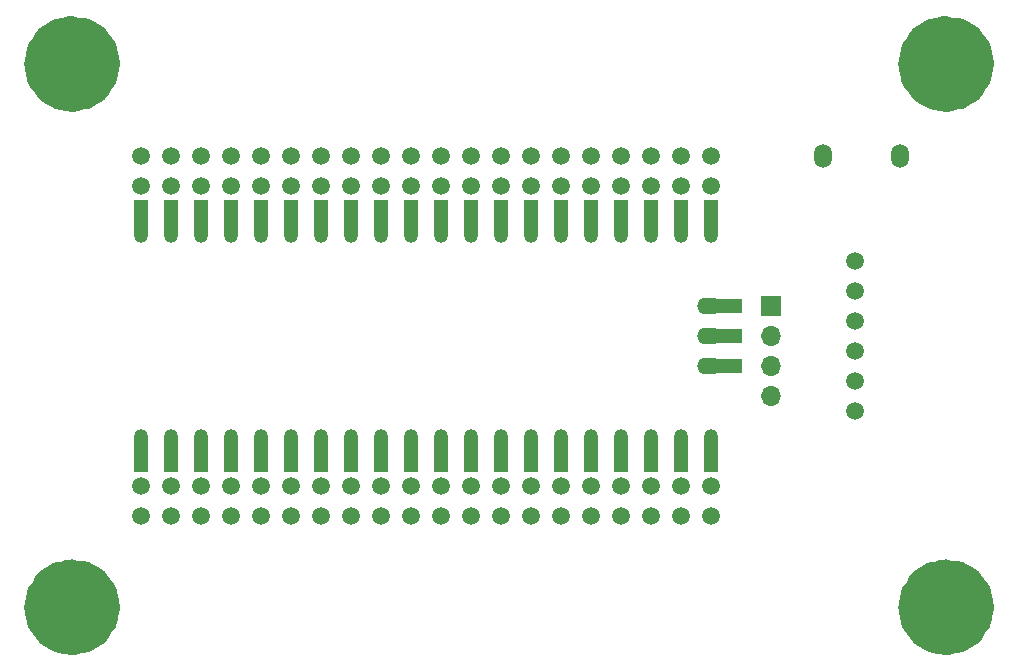
<source format=gts>
G04 #@! TF.GenerationSoftware,KiCad,Pcbnew,(7.0.0)*
G04 #@! TF.CreationDate,2023-02-19T17:41:55+09:00*
G04 #@! TF.ProjectId,RPiPico_SimpleBoard,52506950-6963-46f5-9f53-696d706c6542,rev?*
G04 #@! TF.SameCoordinates,PX1496ff0PY1496ff0*
G04 #@! TF.FileFunction,Soldermask,Top*
G04 #@! TF.FilePolarity,Negative*
%FSLAX46Y46*%
G04 Gerber Fmt 4.6, Leading zero omitted, Abs format (unit mm)*
G04 Created by KiCad (PCBNEW (7.0.0)) date 2023-02-19 17:41:55*
%MOMM*%
%LPD*%
G01*
G04 APERTURE LIST*
%ADD10C,4.050000*%
%ADD11C,1.500000*%
%ADD12O,1.500000X2.000000*%
%ADD13R,1.200000X2.800000*%
%ADD14O,1.200000X2.000000*%
%ADD15O,2.000000X1.400000*%
%ADD16R,2.800000X1.200000*%
%ADD17C,3.200000*%
%ADD18R,1.700000X1.700000*%
%ADD19O,1.700000X1.700000*%
G04 APERTURE END LIST*
D10*
X46025000Y-23000000D02*
G75*
G03*
X46025000Y-23000000I-2025000J0D01*
G01*
X-27975000Y23000000D02*
G75*
G03*
X-27975000Y23000000I-2025000J0D01*
G01*
X46025000Y23000000D02*
G75*
G03*
X46025000Y23000000I-2025000J0D01*
G01*
X-27975000Y-23000000D02*
G75*
G03*
X-27975000Y-23000000I-2025000J0D01*
G01*
D11*
G04 #@! TO.C,J5*
X36265000Y6350000D03*
X36265000Y3810000D03*
X36265000Y1270000D03*
X36265000Y-1270000D03*
X36265000Y-3810000D03*
X36265000Y-6350000D03*
G04 #@! TD*
D12*
G04 #@! TO.C,SW1*
X33579999Y15239999D03*
X40079999Y15239999D03*
G04 #@! TD*
D13*
G04 #@! TO.C,U1*
X-24129999Y-10159999D03*
D14*
X-24129999Y-8889999D03*
D13*
X-21589999Y-10159999D03*
D14*
X-21589999Y-8889999D03*
D13*
X-19049999Y-10159999D03*
D14*
X-19049999Y-8889999D03*
D13*
X-16509999Y-10159999D03*
D14*
X-16509999Y-8889999D03*
D13*
X-13969999Y-10159999D03*
D14*
X-13969999Y-8889999D03*
D13*
X-11429999Y-10159999D03*
D14*
X-11429999Y-8889999D03*
D13*
X-8889999Y-10159999D03*
D14*
X-8889999Y-8889999D03*
D13*
X-6349999Y-10159999D03*
D14*
X-6349999Y-8889999D03*
D13*
X-3809999Y-10159999D03*
D14*
X-3809999Y-8889999D03*
D13*
X-1269999Y-10159999D03*
D14*
X-1269999Y-8889999D03*
D13*
X1269999Y-10159999D03*
D14*
X1269999Y-8889999D03*
D13*
X3809999Y-10159999D03*
D14*
X3809999Y-8889999D03*
D13*
X6349999Y-10159999D03*
D14*
X6349999Y-8889999D03*
D13*
X8889999Y-10159999D03*
D14*
X8889999Y-8889999D03*
D13*
X11429999Y-10159999D03*
D14*
X11429999Y-8889999D03*
D13*
X13969999Y-10159999D03*
D14*
X13969999Y-8889999D03*
D13*
X16509999Y-10159999D03*
D14*
X16509999Y-8889999D03*
D13*
X19049999Y-10159999D03*
D14*
X19049999Y-8889999D03*
D13*
X21589999Y-10159999D03*
D14*
X21589999Y-8889999D03*
D13*
X24129999Y-10159999D03*
D14*
X24129999Y-8889999D03*
X24129999Y8889999D03*
D13*
X24129999Y10159999D03*
D14*
X21589999Y8889999D03*
D13*
X21589999Y10159999D03*
D14*
X19049999Y8889999D03*
D13*
X19049999Y10159999D03*
D14*
X16509999Y8889999D03*
D13*
X16509999Y10159999D03*
D14*
X13969999Y8889999D03*
D13*
X13969999Y10159999D03*
D14*
X11429999Y8889999D03*
D13*
X11429999Y10159999D03*
D14*
X8889999Y8889999D03*
D13*
X8889999Y10159999D03*
D14*
X6349999Y8889999D03*
D13*
X6349999Y10159999D03*
D14*
X3809999Y8889999D03*
D13*
X3809999Y10159999D03*
D14*
X1269999Y8889999D03*
D13*
X1269999Y10159999D03*
D14*
X-1269999Y8889999D03*
D13*
X-1269999Y10159999D03*
D14*
X-3809999Y8889999D03*
D13*
X-3809999Y10159999D03*
D14*
X-6349999Y8889999D03*
D13*
X-6349999Y10159999D03*
D14*
X-8889999Y8889999D03*
D13*
X-8889999Y10159999D03*
D14*
X-11429999Y8889999D03*
D13*
X-11429999Y10159999D03*
D14*
X-13969999Y8889999D03*
D13*
X-13969999Y10159999D03*
D14*
X-16509999Y8889999D03*
D13*
X-16509999Y10159999D03*
D14*
X-19049999Y8889999D03*
D13*
X-19049999Y10159999D03*
D14*
X-21589999Y8889999D03*
D13*
X-21589999Y10159999D03*
D14*
X-24129999Y8889999D03*
D13*
X-24129999Y10159999D03*
D15*
X23899999Y-2539999D03*
D16*
X25399999Y-2539999D03*
D15*
X23899999Y0D03*
D16*
X25399999Y0D03*
D15*
X23899999Y2539999D03*
D16*
X25399999Y2539999D03*
G04 #@! TD*
D17*
G04 #@! TO.C,H4*
X44000000Y-23000000D03*
G04 #@! TD*
G04 #@! TO.C,H2*
X-30000000Y23000000D03*
G04 #@! TD*
D11*
G04 #@! TO.C,J3*
X-24130000Y12700000D03*
X-21590000Y12700000D03*
X-19050000Y12700000D03*
X-16510000Y12700000D03*
X-13970000Y12700000D03*
X-11430000Y12700000D03*
X-8890000Y12700000D03*
X-6350000Y12700000D03*
X-3810000Y12700000D03*
X-1270000Y12700000D03*
X1270000Y12700000D03*
X3810000Y12700000D03*
X6350000Y12700000D03*
X8890000Y12700000D03*
X11430000Y12700000D03*
X13970000Y12700000D03*
X16510000Y12700000D03*
X19050000Y12700000D03*
X21590000Y12700000D03*
X24130000Y12700000D03*
G04 #@! TD*
G04 #@! TO.C,J1*
X-24130000Y-15240000D03*
X-21590000Y-15240000D03*
X-19050000Y-15240000D03*
X-16510000Y-15240000D03*
X-13970000Y-15240000D03*
X-11430000Y-15240000D03*
X-8890000Y-15240000D03*
X-6350000Y-15240000D03*
X-3810000Y-15240000D03*
X-1270000Y-15240000D03*
X1270000Y-15240000D03*
X3810000Y-15240000D03*
X6350000Y-15240000D03*
X8890000Y-15240000D03*
X11430000Y-15240000D03*
X13970000Y-15240000D03*
X16510000Y-15240000D03*
X19050000Y-15240000D03*
X21590000Y-15240000D03*
X24130000Y-15240000D03*
G04 #@! TD*
G04 #@! TO.C,J2*
X-24130000Y-12700000D03*
X-21590000Y-12700000D03*
X-19050000Y-12700000D03*
X-16510000Y-12700000D03*
X-13970000Y-12700000D03*
X-11430000Y-12700000D03*
X-8890000Y-12700000D03*
X-6350000Y-12700000D03*
X-3810000Y-12700000D03*
X-1270000Y-12700000D03*
X1270000Y-12700000D03*
X3810000Y-12700000D03*
X6350000Y-12700000D03*
X8890000Y-12700000D03*
X11430000Y-12700000D03*
X13970000Y-12700000D03*
X16510000Y-12700000D03*
X19050000Y-12700000D03*
X21590000Y-12700000D03*
X24130000Y-12700000D03*
G04 #@! TD*
G04 #@! TO.C,J4*
X-24130000Y15240000D03*
X-21590000Y15240000D03*
X-19050000Y15240000D03*
X-16510000Y15240000D03*
X-13970000Y15240000D03*
X-11430000Y15240000D03*
X-8890000Y15240000D03*
X-6350000Y15240000D03*
X-3810000Y15240000D03*
X-1270000Y15240000D03*
X1270000Y15240000D03*
X3810000Y15240000D03*
X6350000Y15240000D03*
X8890000Y15240000D03*
X11430000Y15240000D03*
X13970000Y15240000D03*
X16510000Y15240000D03*
X19050000Y15240000D03*
X21590000Y15240000D03*
X24130000Y15240000D03*
G04 #@! TD*
D18*
G04 #@! TO.C,J6*
X29209999Y2539999D03*
D19*
X29209999Y0D03*
X29209999Y-2539999D03*
X29209999Y-5079999D03*
G04 #@! TD*
D17*
G04 #@! TO.C,H3*
X44000000Y23000000D03*
G04 #@! TD*
G04 #@! TO.C,H1*
X-30000000Y-23000000D03*
G04 #@! TD*
M02*

</source>
